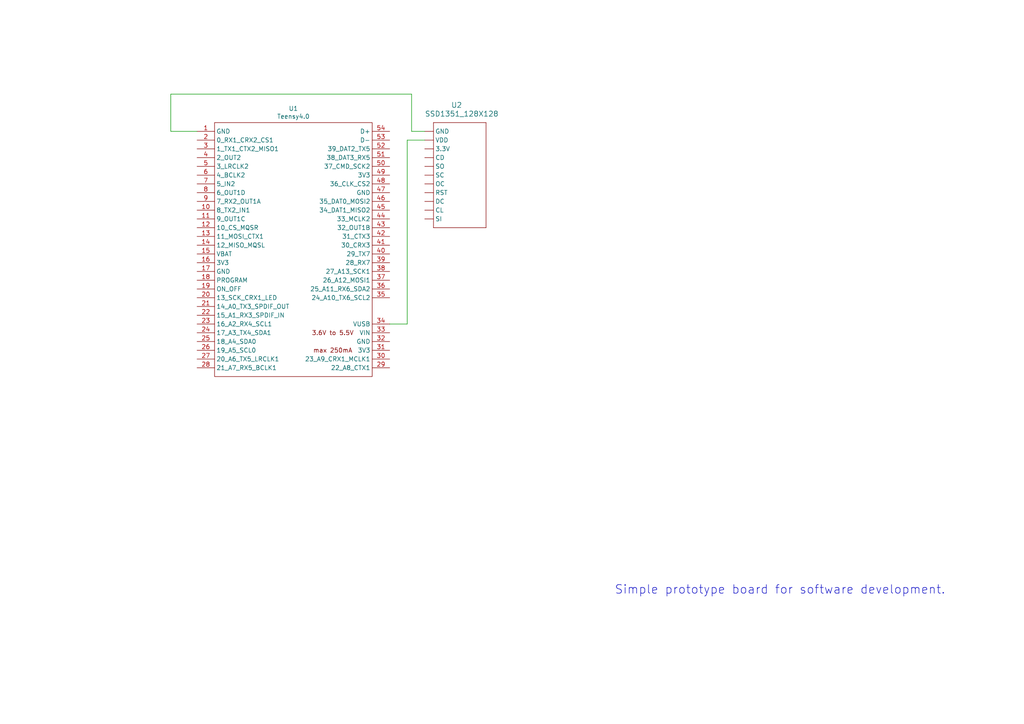
<source format=kicad_sch>
(kicad_sch (version 20200608) (host eeschema "5.99.0-unknown-08c61e6~88~ubuntu18.04.1")
  (page 1 1)
  (paper "A4")
  (title_block (title "Simple Prototype board") (date "2020-06-17"))
  (lib_symbols
    (symbol "Teensy4:Teensy4.0"
      (property "Reference" "U" (at 0 39.37 0))
      (property "Value" "Teensy4.0" (at 0 -39.37 0))
      (symbol "Teensy4.0_0_0"
        (text "3.6V to 5.5V" (at 11.43 -24.13 0) (effects (font (size 1.27 1.27))))
        (text "max 250mA" (at 11.43 -29.21 0) (effects (font (size 1.27 1.27))))
        (pin bidirectional line (at -27.94 11.43 0) (length 5.08) (name "8_TX2_IN1") (number "10"))
        (pin bidirectional line (at -27.94 8.89 0) (length 5.08) (name "9_OUT1C") (number "11"))
        (pin bidirectional line (at -27.94 6.35 0) (length 5.08) (name "10_CS_MQSR") (number "12"))
        (pin bidirectional line (at -27.94 3.81 0) (length 5.08) (name "11_MOSI_CTX1") (number "13"))
        (pin bidirectional line (at -27.94 1.27 0) (length 5.08) (name "12_MISO_MQSL") (number "14"))
        (pin power_in line (at -27.94 -1.27 0) (length 5.08) (name "VBAT") (number "15"))
        (pin power_in line (at -27.94 -3.81 0) (length 5.08) (name "3V3") (number "16"))
        (pin power_in line (at -27.94 -6.35 0) (length 5.08) (name "GND") (number "17"))
        (pin input line (at -27.94 -8.89 0) (length 5.08) (name "PROGRAM") (number "18"))
        (pin input line (at -27.94 -11.43 0) (length 5.08) (name "ON_OFF") (number "19"))
        (pin bidirectional line (at -27.94 -13.97 0) (length 5.08) (name "13_SCK_CRX1_LED") (number "20"))
        (pin bidirectional line (at -27.94 -16.51 0) (length 5.08) (name "14_A0_TX3_SPDIF_OUT") (number "21"))
        (pin bidirectional line (at -27.94 -19.05 0) (length 5.08) (name "15_A1_RX3_SPDIF_IN") (number "22"))
        (pin bidirectional line (at -27.94 -21.59 0) (length 5.08) (name "16_A2_RX4_SCL1") (number "23"))
        (pin bidirectional line (at -27.94 -24.13 0) (length 5.08) (name "17_A3_TX4_SDA1") (number "24"))
        (pin bidirectional line (at -27.94 -26.67 0) (length 5.08) (name "18_A4_SDA0") (number "25"))
        (pin bidirectional line (at -27.94 -29.21 0) (length 5.08) (name "19_A5_SCL0") (number "26"))
        (pin bidirectional line (at -27.94 -31.75 0) (length 5.08) (name "20_A6_TX5_LRCLK1") (number "27"))
        (pin bidirectional line (at -27.94 -34.29 0) (length 5.08) (name "21_A7_RX5_BCLK1") (number "28"))
        (pin bidirectional line (at 27.94 -34.29 180) (length 5.08) (name "22_A8_CTX1") (number "29"))
        (pin bidirectional line (at 27.94 -31.75 180) (length 5.08) (name "23_A9_CRX1_MCLK1") (number "30"))
        (pin power_out line (at 27.94 -29.21 180) (length 5.08) (name "3V3") (number "31"))
        (pin power_in line (at 27.94 -26.67 180) (length 5.08) (name "GND") (number "32"))
        (pin power_in line (at 27.94 -24.13 180) (length 5.08) (name "VIN") (number "33"))
        (pin power_out line (at 27.94 -21.59 180) (length 5.08) (name "VUSB") (number "34"))
        (pin bidirectional line (at 27.94 -13.97 180) (length 5.08) (name "24_A10_TX6_SCL2") (number "35"))
        (pin bidirectional line (at 27.94 -11.43 180) (length 5.08) (name "25_A11_RX6_SDA2") (number "36"))
        (pin bidirectional line (at 27.94 -8.89 180) (length 5.08) (name "26_A12_MOSI1") (number "37"))
        (pin bidirectional line (at 27.94 -6.35 180) (length 5.08) (name "27_A13_SCK1") (number "38"))
        (pin bidirectional line (at 27.94 -3.81 180) (length 5.08) (name "28_RX7") (number "39"))
        (pin bidirectional line (at 27.94 -1.27 180) (length 5.08) (name "29_TX7") (number "40"))
        (pin bidirectional line (at 27.94 1.27 180) (length 5.08) (name "30_CRX3") (number "41"))
        (pin bidirectional line (at 27.94 3.81 180) (length 5.08) (name "31_CTX3") (number "42"))
        (pin bidirectional line (at 27.94 6.35 180) (length 5.08) (name "32_OUT1B") (number "43"))
        (pin bidirectional line (at 27.94 8.89 180) (length 5.08) (name "33_MCLK2") (number "44"))
        (pin bidirectional line (at 27.94 11.43 180) (length 5.08) (name "34_DAT1_MISO2") (number "45"))
        (pin bidirectional line (at 27.94 13.97 180) (length 5.08) (name "35_DAT0_MOSI2") (number "46"))
        (pin power_out line (at 27.94 16.51 180) (length 5.08) (name "GND") (number "47"))
        (pin bidirectional line (at 27.94 19.05 180) (length 5.08) (name "36_CLK_CS2") (number "48"))
        (pin power_out line (at 27.94 21.59 180) (length 5.08) (name "3V3") (number "49"))
        (pin bidirectional line (at -27.94 24.13 0) (length 5.08) (name "3_LRCLK2") (number "5"))
        (pin bidirectional line (at 27.94 24.13 180) (length 5.08) (name "37_CMD_SCK2") (number "50"))
        (pin bidirectional line (at 27.94 26.67 180) (length 5.08) (name "38_DAT3_RX5") (number "51"))
        (pin bidirectional line (at 27.94 29.21 180) (length 5.08) (name "39_DAT2_TX5") (number "52"))
        (pin bidirectional line (at 27.94 31.75 180) (length 5.08) (name "D-") (number "53"))
        (pin bidirectional line (at 27.94 34.29 180) (length 5.08) (name "D+") (number "54"))
        (pin bidirectional line (at -27.94 21.59 0) (length 5.08) (name "4_BCLK2") (number "6"))
        (pin bidirectional line (at -27.94 19.05 0) (length 5.08) (name "5_IN2") (number "7"))
        (pin bidirectional line (at -27.94 16.51 0) (length 5.08) (name "6_OUT1D") (number "8"))
        (pin bidirectional line (at -27.94 13.97 0) (length 5.08) (name "7_RX2_OUT1A") (number "9"))
      )
      (symbol "Teensy4.0_0_1"
        (rectangle (start -22.86 36.83) (end 22.86 -36.83))
        (rectangle (start -20.32 -31.75) (end -20.32 -31.75))
      )
      (symbol "Teensy4.0_1_1"
        (pin power_in line (at -27.94 34.29 0) (length 5.08) (name "GND") (number "1"))
        (pin bidirectional line (at -27.94 31.75 0) (length 5.08) (name "0_RX1_CRX2_CS1") (number "2"))
        (pin bidirectional line (at -27.94 29.21 0) (length 5.08) (name "1_TX1_CTX2_MISO1") (number "3"))
        (pin bidirectional line (at -27.94 26.67 0) (length 5.08) (name "2_OUT2") (number "4"))
      )
    )
    (symbol "import_from_eagle-rescue:SSD1351_128X128"
      (property "Value" "SSD1351_128X128" (at -16.8148 -13.716 0))
      (symbol "SSD1351_128X128_1_0"
        (polyline (pts (xy -12.7 -10.16) (xy -12.7 20.32)))
        (polyline (pts (xy -12.7 20.32) (xy 2.54 20.32)))
        (polyline (pts (xy 2.54 -10.16) (xy -12.7 -10.16)))
        (polyline (pts (xy 2.54 20.32) (xy 2.54 -10.16)))
        (pin unspecified line (at -15.24 0 0) (length 2.54) (name "RST") (number "JP1$1"))
        (pin unspecified line (at -15.24 -5.08 0) (length 2.54) (name "CL") (number "JP1$10"))
        (pin unspecified line (at -15.24 -2.54 0) (length 2.54) (name "DC") (number "JP1$11"))
        (pin unspecified line (at -15.24 2.54 0) (length 2.54) (name "OC") (number "JP1$2"))
        (pin input line (at -15.24 5.08 0) (length 2.54) (name "SC") (number "JP1$3"))
        (pin input line (at -15.24 7.62 0) (length 2.54) (name "SO") (number "JP1$4"))
        (pin input line (at -15.24 10.16 0) (length 2.54) (name "CD") (number "JP1$5"))
        (pin power_in line (at -15.24 12.7 0) (length 2.54) (name "3.3V") (number "JP1$6"))
        (pin power_in line (at -15.24 15.24 0) (length 2.54) (name "VDD") (number "JP1$7"))
        (pin power_in line (at -15.24 17.78 0) (length 2.54) (name "GND") (number "JP1$8"))
        (pin unspecified line (at -15.24 -7.62 0) (length 2.54) (name "SI") (number "JP1$9"))
      )
    )
  )
  (wire (pts (xy 49.53 27.305) (xy 49.53 38.1)))
  (wire (pts (xy 49.53 38.1) (xy 57.15 38.1)))
  (wire (pts (xy 113.03 93.98) (xy 118.11 93.98)))
  (wire (pts (xy 118.11 40.64) (xy 123.19 40.64)))
  (wire (pts (xy 118.11 93.98) (xy 118.11 40.64)))
  (wire (pts (xy 119.38 27.305) (xy 49.53 27.305)))
  (wire (pts (xy 119.38 38.1) (xy 119.38 27.305)))
  (wire (pts (xy 119.38 38.1) (xy 123.19 38.1)))
  (text "Simple prototype board for software development." (at 274.2692 172.6184 180) (effects (font (size 2.5 2.5)) (justify right bottom)))
  (symbol (lib_id "import_from_eagle-rescue:SSD1351_128X128") (at 138.43 55.88 0) (unit 1)
    (property "Reference" "U2" (at 130.81 30.48 0) (effects (font (size 1.4986 1.4986)) (justify left)))
    (property "Value" "SSD1351_128X128" (at 123.19 33.02 0) (effects (font (size 1.499 1.499)) (justify left)))
    (property "Footprint" "DWP2020 prototype:SSD1351_128X128_LCD" (effects hide))
  )
  (symbol (lib_id "Teensy4:Teensy4.0") (at 85.09 72.39 0) (unit 1)
    (property "Reference" "U1" (at 85.09 31.4768 0))
    (property "Value" "Teensy4.0" (at 85.09 33.7755 0))
    (property "Footprint" "Teensy:Teensy40" (effects hide))
  )
)
</source>
